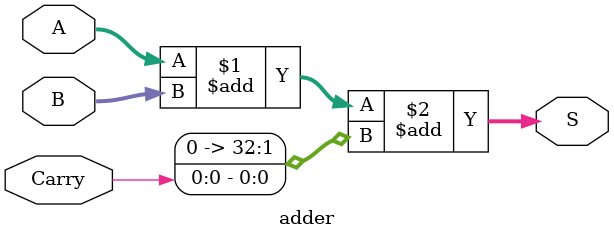
<source format=sv>
`timescale 1ns/1ps

module adder #(
    parameter integer DATA_W = 32
)(
    input logic [DATA_W -1 :0] A,
    input logic [DATA_W -1 :0] B,
    input logic  Carry,
    output logic [DATA_W  :0] S
);
    assign S = A + B + { {DATA_W-1{1'b0}},Carry};
endmodule
</source>
